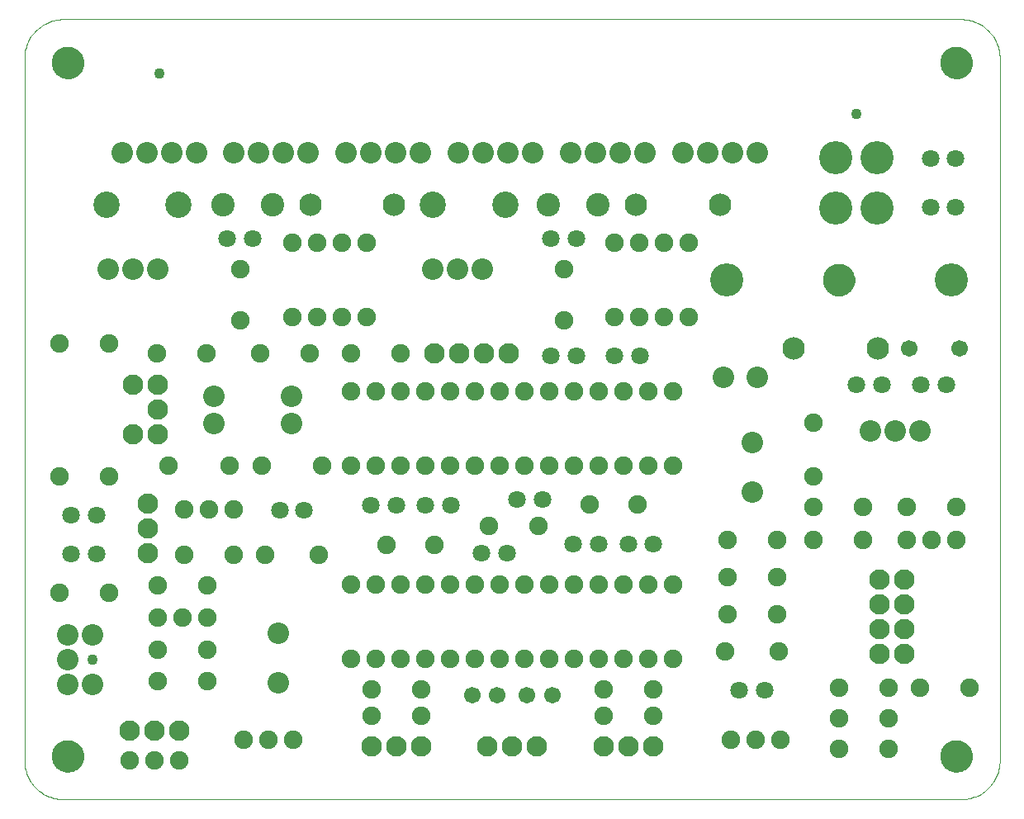
<source format=gts>
G75*
%MOIN*%
%OFA0B0*%
%FSLAX24Y24*%
%IPPOS*%
%LPD*%
%AMOC8*
5,1,8,0,0,1.08239X$1,22.5*
%
%ADD10C,0.0000*%
%ADD11C,0.1300*%
%ADD12C,0.0434*%
%ADD13C,0.0749*%
%ADD14C,0.0709*%
%ADD15C,0.0867*%
%ADD16C,0.1064*%
%ADD17C,0.0906*%
%ADD18C,0.1339*%
%ADD19C,0.0670*%
%ADD20C,0.0946*%
%ADD21C,0.0827*%
D10*
X002390Y008440D02*
X038610Y008440D01*
X038610Y008444D02*
X038687Y008446D01*
X038764Y008452D01*
X038841Y008461D01*
X038917Y008474D01*
X038993Y008491D01*
X039067Y008512D01*
X039141Y008536D01*
X039213Y008564D01*
X039283Y008595D01*
X039352Y008630D01*
X039420Y008668D01*
X039485Y008709D01*
X039548Y008754D01*
X039609Y008802D01*
X039668Y008852D01*
X039724Y008905D01*
X039777Y008961D01*
X039827Y009020D01*
X039875Y009081D01*
X039920Y009144D01*
X039961Y009209D01*
X039999Y009277D01*
X040034Y009346D01*
X040065Y009416D01*
X040093Y009488D01*
X040117Y009562D01*
X040138Y009636D01*
X040155Y009712D01*
X040168Y009788D01*
X040177Y009865D01*
X040183Y009942D01*
X040185Y010019D01*
X040185Y038365D01*
X040183Y038442D01*
X040177Y038519D01*
X040168Y038596D01*
X040155Y038672D01*
X040138Y038748D01*
X040117Y038822D01*
X040093Y038896D01*
X040065Y038968D01*
X040034Y039038D01*
X039999Y039107D01*
X039961Y039175D01*
X039920Y039240D01*
X039875Y039303D01*
X039827Y039364D01*
X039777Y039423D01*
X039724Y039479D01*
X039668Y039532D01*
X039609Y039582D01*
X039548Y039630D01*
X039485Y039675D01*
X039420Y039716D01*
X039352Y039754D01*
X039283Y039789D01*
X039213Y039820D01*
X039141Y039848D01*
X039067Y039872D01*
X038993Y039893D01*
X038917Y039910D01*
X038841Y039923D01*
X038764Y039932D01*
X038687Y039938D01*
X038610Y039940D01*
X002390Y039940D01*
X002313Y039938D01*
X002236Y039932D01*
X002159Y039923D01*
X002083Y039910D01*
X002007Y039893D01*
X001933Y039872D01*
X001859Y039848D01*
X001787Y039820D01*
X001717Y039789D01*
X001648Y039754D01*
X001580Y039716D01*
X001515Y039675D01*
X001452Y039630D01*
X001391Y039582D01*
X001332Y039532D01*
X001276Y039479D01*
X001223Y039423D01*
X001173Y039364D01*
X001125Y039303D01*
X001080Y039240D01*
X001039Y039175D01*
X001001Y039107D01*
X000966Y039038D01*
X000935Y038968D01*
X000907Y038896D01*
X000883Y038822D01*
X000862Y038748D01*
X000845Y038672D01*
X000832Y038596D01*
X000823Y038519D01*
X000817Y038442D01*
X000815Y038365D01*
X000815Y010019D01*
X000817Y009942D01*
X000823Y009865D01*
X000832Y009788D01*
X000845Y009712D01*
X000862Y009636D01*
X000883Y009562D01*
X000907Y009488D01*
X000935Y009416D01*
X000966Y009346D01*
X001001Y009277D01*
X001039Y009209D01*
X001080Y009144D01*
X001125Y009081D01*
X001173Y009020D01*
X001223Y008961D01*
X001276Y008905D01*
X001332Y008852D01*
X001391Y008802D01*
X001452Y008754D01*
X001515Y008709D01*
X001580Y008668D01*
X001648Y008630D01*
X001717Y008595D01*
X001787Y008564D01*
X001859Y008536D01*
X001933Y008512D01*
X002007Y008491D01*
X002083Y008474D01*
X002159Y008461D01*
X002236Y008452D01*
X002313Y008446D01*
X002390Y008444D01*
X001937Y010192D02*
X001939Y010242D01*
X001945Y010292D01*
X001955Y010341D01*
X001969Y010389D01*
X001986Y010436D01*
X002007Y010481D01*
X002032Y010525D01*
X002060Y010566D01*
X002092Y010605D01*
X002126Y010642D01*
X002163Y010676D01*
X002203Y010706D01*
X002245Y010733D01*
X002289Y010757D01*
X002335Y010778D01*
X002382Y010794D01*
X002430Y010807D01*
X002480Y010816D01*
X002529Y010821D01*
X002580Y010822D01*
X002630Y010819D01*
X002679Y010812D01*
X002728Y010801D01*
X002776Y010786D01*
X002822Y010768D01*
X002867Y010746D01*
X002910Y010720D01*
X002951Y010691D01*
X002990Y010659D01*
X003026Y010624D01*
X003058Y010586D01*
X003088Y010546D01*
X003115Y010503D01*
X003138Y010459D01*
X003157Y010413D01*
X003173Y010365D01*
X003185Y010316D01*
X003193Y010267D01*
X003197Y010217D01*
X003197Y010167D01*
X003193Y010117D01*
X003185Y010068D01*
X003173Y010019D01*
X003157Y009971D01*
X003138Y009925D01*
X003115Y009881D01*
X003088Y009838D01*
X003058Y009798D01*
X003026Y009760D01*
X002990Y009725D01*
X002951Y009693D01*
X002910Y009664D01*
X002867Y009638D01*
X002822Y009616D01*
X002776Y009598D01*
X002728Y009583D01*
X002679Y009572D01*
X002630Y009565D01*
X002580Y009562D01*
X002529Y009563D01*
X002480Y009568D01*
X002430Y009577D01*
X002382Y009590D01*
X002335Y009606D01*
X002289Y009627D01*
X002245Y009651D01*
X002203Y009678D01*
X002163Y009708D01*
X002126Y009742D01*
X002092Y009779D01*
X002060Y009818D01*
X002032Y009859D01*
X002007Y009903D01*
X001986Y009948D01*
X001969Y009995D01*
X001955Y010043D01*
X001945Y010092D01*
X001939Y010142D01*
X001937Y010192D01*
X001937Y038188D02*
X001939Y038238D01*
X001945Y038288D01*
X001955Y038337D01*
X001969Y038385D01*
X001986Y038432D01*
X002007Y038477D01*
X002032Y038521D01*
X002060Y038562D01*
X002092Y038601D01*
X002126Y038638D01*
X002163Y038672D01*
X002203Y038702D01*
X002245Y038729D01*
X002289Y038753D01*
X002335Y038774D01*
X002382Y038790D01*
X002430Y038803D01*
X002480Y038812D01*
X002529Y038817D01*
X002580Y038818D01*
X002630Y038815D01*
X002679Y038808D01*
X002728Y038797D01*
X002776Y038782D01*
X002822Y038764D01*
X002867Y038742D01*
X002910Y038716D01*
X002951Y038687D01*
X002990Y038655D01*
X003026Y038620D01*
X003058Y038582D01*
X003088Y038542D01*
X003115Y038499D01*
X003138Y038455D01*
X003157Y038409D01*
X003173Y038361D01*
X003185Y038312D01*
X003193Y038263D01*
X003197Y038213D01*
X003197Y038163D01*
X003193Y038113D01*
X003185Y038064D01*
X003173Y038015D01*
X003157Y037967D01*
X003138Y037921D01*
X003115Y037877D01*
X003088Y037834D01*
X003058Y037794D01*
X003026Y037756D01*
X002990Y037721D01*
X002951Y037689D01*
X002910Y037660D01*
X002867Y037634D01*
X002822Y037612D01*
X002776Y037594D01*
X002728Y037579D01*
X002679Y037568D01*
X002630Y037561D01*
X002580Y037558D01*
X002529Y037559D01*
X002480Y037564D01*
X002430Y037573D01*
X002382Y037586D01*
X002335Y037602D01*
X002289Y037623D01*
X002245Y037647D01*
X002203Y037674D01*
X002163Y037704D01*
X002126Y037738D01*
X002092Y037775D01*
X002060Y037814D01*
X002032Y037855D01*
X002007Y037899D01*
X001986Y037944D01*
X001969Y037991D01*
X001955Y038039D01*
X001945Y038088D01*
X001939Y038138D01*
X001937Y038188D01*
X033059Y029414D02*
X033061Y029464D01*
X033067Y029514D01*
X033077Y029563D01*
X033091Y029611D01*
X033108Y029658D01*
X033129Y029703D01*
X033154Y029747D01*
X033182Y029788D01*
X033214Y029827D01*
X033248Y029864D01*
X033285Y029898D01*
X033325Y029928D01*
X033367Y029955D01*
X033411Y029979D01*
X033457Y030000D01*
X033504Y030016D01*
X033552Y030029D01*
X033602Y030038D01*
X033651Y030043D01*
X033702Y030044D01*
X033752Y030041D01*
X033801Y030034D01*
X033850Y030023D01*
X033898Y030008D01*
X033944Y029990D01*
X033989Y029968D01*
X034032Y029942D01*
X034073Y029913D01*
X034112Y029881D01*
X034148Y029846D01*
X034180Y029808D01*
X034210Y029768D01*
X034237Y029725D01*
X034260Y029681D01*
X034279Y029635D01*
X034295Y029587D01*
X034307Y029538D01*
X034315Y029489D01*
X034319Y029439D01*
X034319Y029389D01*
X034315Y029339D01*
X034307Y029290D01*
X034295Y029241D01*
X034279Y029193D01*
X034260Y029147D01*
X034237Y029103D01*
X034210Y029060D01*
X034180Y029020D01*
X034148Y028982D01*
X034112Y028947D01*
X034073Y028915D01*
X034032Y028886D01*
X033989Y028860D01*
X033944Y028838D01*
X033898Y028820D01*
X033850Y028805D01*
X033801Y028794D01*
X033752Y028787D01*
X033702Y028784D01*
X033651Y028785D01*
X033602Y028790D01*
X033552Y028799D01*
X033504Y028812D01*
X033457Y028828D01*
X033411Y028849D01*
X033367Y028873D01*
X033325Y028900D01*
X033285Y028930D01*
X033248Y028964D01*
X033214Y029001D01*
X033182Y029040D01*
X033154Y029081D01*
X033129Y029125D01*
X033108Y029170D01*
X033091Y029217D01*
X033077Y029265D01*
X033067Y029314D01*
X033061Y029364D01*
X033059Y029414D01*
X037803Y038188D02*
X037805Y038238D01*
X037811Y038288D01*
X037821Y038337D01*
X037835Y038385D01*
X037852Y038432D01*
X037873Y038477D01*
X037898Y038521D01*
X037926Y038562D01*
X037958Y038601D01*
X037992Y038638D01*
X038029Y038672D01*
X038069Y038702D01*
X038111Y038729D01*
X038155Y038753D01*
X038201Y038774D01*
X038248Y038790D01*
X038296Y038803D01*
X038346Y038812D01*
X038395Y038817D01*
X038446Y038818D01*
X038496Y038815D01*
X038545Y038808D01*
X038594Y038797D01*
X038642Y038782D01*
X038688Y038764D01*
X038733Y038742D01*
X038776Y038716D01*
X038817Y038687D01*
X038856Y038655D01*
X038892Y038620D01*
X038924Y038582D01*
X038954Y038542D01*
X038981Y038499D01*
X039004Y038455D01*
X039023Y038409D01*
X039039Y038361D01*
X039051Y038312D01*
X039059Y038263D01*
X039063Y038213D01*
X039063Y038163D01*
X039059Y038113D01*
X039051Y038064D01*
X039039Y038015D01*
X039023Y037967D01*
X039004Y037921D01*
X038981Y037877D01*
X038954Y037834D01*
X038924Y037794D01*
X038892Y037756D01*
X038856Y037721D01*
X038817Y037689D01*
X038776Y037660D01*
X038733Y037634D01*
X038688Y037612D01*
X038642Y037594D01*
X038594Y037579D01*
X038545Y037568D01*
X038496Y037561D01*
X038446Y037558D01*
X038395Y037559D01*
X038346Y037564D01*
X038296Y037573D01*
X038248Y037586D01*
X038201Y037602D01*
X038155Y037623D01*
X038111Y037647D01*
X038069Y037674D01*
X038029Y037704D01*
X037992Y037738D01*
X037958Y037775D01*
X037926Y037814D01*
X037898Y037855D01*
X037873Y037899D01*
X037852Y037944D01*
X037835Y037991D01*
X037821Y038039D01*
X037811Y038088D01*
X037805Y038138D01*
X037803Y038188D01*
X037803Y010192D02*
X037805Y010242D01*
X037811Y010292D01*
X037821Y010341D01*
X037835Y010389D01*
X037852Y010436D01*
X037873Y010481D01*
X037898Y010525D01*
X037926Y010566D01*
X037958Y010605D01*
X037992Y010642D01*
X038029Y010676D01*
X038069Y010706D01*
X038111Y010733D01*
X038155Y010757D01*
X038201Y010778D01*
X038248Y010794D01*
X038296Y010807D01*
X038346Y010816D01*
X038395Y010821D01*
X038446Y010822D01*
X038496Y010819D01*
X038545Y010812D01*
X038594Y010801D01*
X038642Y010786D01*
X038688Y010768D01*
X038733Y010746D01*
X038776Y010720D01*
X038817Y010691D01*
X038856Y010659D01*
X038892Y010624D01*
X038924Y010586D01*
X038954Y010546D01*
X038981Y010503D01*
X039004Y010459D01*
X039023Y010413D01*
X039039Y010365D01*
X039051Y010316D01*
X039059Y010267D01*
X039063Y010217D01*
X039063Y010167D01*
X039059Y010117D01*
X039051Y010068D01*
X039039Y010019D01*
X039023Y009971D01*
X039004Y009925D01*
X038981Y009881D01*
X038954Y009838D01*
X038924Y009798D01*
X038892Y009760D01*
X038856Y009725D01*
X038817Y009693D01*
X038776Y009664D01*
X038733Y009638D01*
X038688Y009616D01*
X038642Y009598D01*
X038594Y009583D01*
X038545Y009572D01*
X038496Y009565D01*
X038446Y009562D01*
X038395Y009563D01*
X038346Y009568D01*
X038296Y009577D01*
X038248Y009590D01*
X038201Y009606D01*
X038155Y009627D01*
X038111Y009651D01*
X038069Y009678D01*
X038029Y009708D01*
X037992Y009742D01*
X037958Y009779D01*
X037926Y009818D01*
X037898Y009859D01*
X037873Y009903D01*
X037852Y009948D01*
X037835Y009995D01*
X037821Y010043D01*
X037811Y010092D01*
X037805Y010142D01*
X037803Y010192D01*
D11*
X038433Y010192D03*
X033689Y029414D03*
X038433Y038188D03*
X002567Y038188D03*
X002567Y010192D03*
D12*
X003571Y014099D03*
X006248Y037761D03*
X034398Y036107D03*
D13*
X027630Y030914D03*
X026630Y030914D03*
X025630Y030914D03*
X024630Y030914D03*
X022587Y029847D03*
X022587Y027800D03*
X024630Y027914D03*
X025630Y027914D03*
X026630Y027914D03*
X027630Y027914D03*
X027000Y024930D03*
X026000Y024930D03*
X025000Y024930D03*
X024000Y024930D03*
X023000Y024930D03*
X022000Y024930D03*
X021000Y024930D03*
X020000Y024930D03*
X019000Y024930D03*
X018000Y024930D03*
X017000Y024930D03*
X016000Y024930D03*
X015000Y024930D03*
X014000Y024930D03*
X014008Y026462D03*
X013618Y027914D03*
X012618Y027914D03*
X011618Y027914D03*
X012327Y026462D03*
X010327Y026462D03*
X009516Y027800D03*
X008154Y026462D03*
X006154Y026462D03*
X004217Y026855D03*
X002217Y026855D03*
X006642Y021934D03*
X007256Y020162D03*
X008256Y020162D03*
X009256Y020162D03*
X009083Y021934D03*
X010382Y021934D03*
X012823Y021934D03*
X014000Y021930D03*
X015000Y021930D03*
X016000Y021930D03*
X017000Y021930D03*
X018000Y021930D03*
X019000Y021930D03*
X020000Y021930D03*
X021000Y021930D03*
X022000Y021930D03*
X023000Y021930D03*
X024000Y021930D03*
X025000Y021930D03*
X026000Y021930D03*
X027000Y021930D03*
X025559Y020359D03*
X023630Y020359D03*
X021567Y019481D03*
X019567Y019481D03*
X017370Y018706D03*
X017000Y017135D03*
X018000Y017135D03*
X019000Y017135D03*
X020000Y017135D03*
X021000Y017135D03*
X022000Y017135D03*
X023000Y017135D03*
X024000Y017135D03*
X025000Y017135D03*
X026000Y017135D03*
X027000Y017135D03*
X029185Y017406D03*
X029185Y015910D03*
X029102Y014414D03*
X027000Y014135D03*
X026000Y014135D03*
X025000Y014135D03*
X024000Y014135D03*
X023000Y014135D03*
X022000Y014135D03*
X021000Y014135D03*
X020000Y014135D03*
X019000Y014135D03*
X018000Y014135D03*
X017000Y014135D03*
X016000Y014135D03*
X015000Y014135D03*
X014000Y014135D03*
X014815Y012879D03*
X014815Y011816D03*
X016815Y011816D03*
X016815Y012879D03*
X016000Y017135D03*
X015000Y017135D03*
X014000Y017135D03*
X012685Y018312D03*
X010520Y018312D03*
X009256Y018312D03*
X008193Y017092D03*
X008193Y015792D03*
X007193Y015792D03*
X006193Y015792D03*
X006193Y014493D03*
X006193Y013214D03*
X008193Y013214D03*
X008193Y014493D03*
X006193Y017092D03*
X007256Y018312D03*
X004217Y016777D03*
X002217Y016777D03*
X002217Y021501D03*
X004217Y021501D03*
X009516Y029847D03*
X011618Y030914D03*
X012618Y030914D03*
X013618Y030914D03*
X014618Y030914D03*
X014618Y027914D03*
X016008Y026462D03*
X015441Y018706D03*
X011677Y010851D03*
X010677Y010851D03*
X009677Y010851D03*
X007051Y010005D03*
X006051Y010005D03*
X005051Y010005D03*
X024185Y011816D03*
X024185Y012879D03*
X026185Y012879D03*
X026185Y011816D03*
X029323Y010851D03*
X030323Y010851D03*
X031323Y010851D03*
X033713Y010477D03*
X033713Y011718D03*
X033713Y012958D03*
X035713Y012958D03*
X035713Y011718D03*
X035713Y010477D03*
X036980Y012958D03*
X038980Y012958D03*
X038429Y018903D03*
X037429Y018903D03*
X036429Y018903D03*
X036429Y020241D03*
X034669Y020241D03*
X034669Y018903D03*
X032669Y018903D03*
X032669Y020241D03*
X032665Y021481D03*
X032665Y023647D03*
X031185Y018903D03*
X031185Y017406D03*
X031185Y015910D03*
X031268Y014414D03*
X029185Y018903D03*
X038429Y020241D03*
D14*
X038020Y025182D03*
X036996Y025182D03*
X035421Y025182D03*
X034398Y025182D03*
X037390Y032338D03*
X038413Y032338D03*
X038413Y034330D03*
X037390Y034330D03*
X025657Y026343D03*
X024634Y026343D03*
X023098Y026343D03*
X022075Y026343D03*
X022075Y031088D03*
X023098Y031088D03*
X021720Y020556D03*
X020697Y020556D03*
X020303Y018391D03*
X019280Y018391D03*
X018020Y020320D03*
X016996Y020320D03*
X015815Y020320D03*
X014791Y020320D03*
X012091Y020123D03*
X011114Y020123D03*
X003728Y019926D03*
X002705Y019926D03*
X002705Y018351D03*
X003728Y018351D03*
X009004Y031088D03*
X010028Y031088D03*
X022980Y018745D03*
X024004Y018745D03*
X025185Y018745D03*
X026209Y018745D03*
X029673Y012840D03*
X030697Y012840D03*
D15*
X030185Y020855D03*
X030185Y022855D03*
X030382Y025477D03*
X029043Y025477D03*
X034977Y023312D03*
X035977Y023312D03*
X036977Y023312D03*
X030386Y034556D03*
X029386Y034556D03*
X028386Y034556D03*
X027386Y034556D03*
X025858Y034556D03*
X024858Y034556D03*
X023858Y034556D03*
X022858Y034556D03*
X021331Y034556D03*
X020331Y034556D03*
X019331Y034556D03*
X018331Y034556D03*
X016803Y034556D03*
X015803Y034556D03*
X014803Y034556D03*
X013803Y034556D03*
X012276Y034556D03*
X011276Y034556D03*
X010276Y034556D03*
X009276Y034556D03*
X007748Y034556D03*
X006748Y034556D03*
X005748Y034556D03*
X004748Y034556D03*
X005185Y029867D03*
X004185Y029867D03*
X006185Y029867D03*
X008453Y024729D03*
X008453Y023627D03*
X011602Y023627D03*
X011602Y024729D03*
X017295Y029867D03*
X018295Y029867D03*
X019295Y029867D03*
X011051Y015139D03*
X011051Y013139D03*
X003559Y013099D03*
X002559Y013099D03*
X002559Y014099D03*
X002559Y015099D03*
X003559Y015099D03*
D16*
X004122Y032446D03*
X007035Y032446D03*
X017311Y032446D03*
X020224Y032446D03*
D17*
X015736Y032446D03*
X012350Y032446D03*
X025500Y032446D03*
X028886Y032446D03*
X031878Y026658D03*
X035264Y026658D03*
D18*
X038217Y029414D03*
X035224Y032328D03*
X033571Y032328D03*
X033571Y034336D03*
X035224Y034336D03*
X029161Y029414D03*
D19*
X036524Y026658D03*
X038571Y026658D03*
X022114Y012643D03*
X021091Y012643D03*
X019909Y012643D03*
X018886Y012643D03*
D20*
X021980Y032446D03*
X023980Y032446D03*
X010831Y032446D03*
X008831Y032446D03*
D21*
X006213Y025178D03*
X006213Y024178D03*
X006213Y023178D03*
X005213Y023178D03*
X005213Y025178D03*
X005781Y020395D03*
X005781Y019395D03*
X005781Y018395D03*
X006051Y011225D03*
X007051Y011225D03*
X005051Y011225D03*
X014815Y010595D03*
X015815Y010595D03*
X016815Y010595D03*
X019500Y010595D03*
X020500Y010595D03*
X021500Y010595D03*
X024185Y010595D03*
X025185Y010595D03*
X026185Y010595D03*
X035315Y014332D03*
X035315Y015332D03*
X035315Y016332D03*
X035315Y017332D03*
X036315Y017332D03*
X036315Y016332D03*
X036315Y015332D03*
X036315Y014332D03*
X020366Y026462D03*
X019366Y026462D03*
X018366Y026462D03*
X017366Y026462D03*
M02*

</source>
